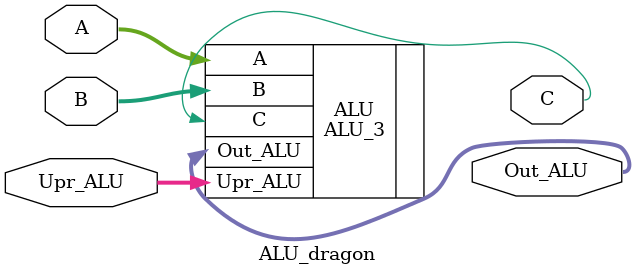
<source format=v>
module ALU_dragon(
	input [4:0] Upr_ALU,
	input [31:0] A,
	input [31:0] B,
	output C,
	output [31:0] Out_ALU
);

ALU_3 ALU(
	.Upr_ALU(Upr_ALU),
	.A(A),
	.B(B),
	.C(C),
	.Out_ALU(Out_ALU)
);

endmodule
</source>
